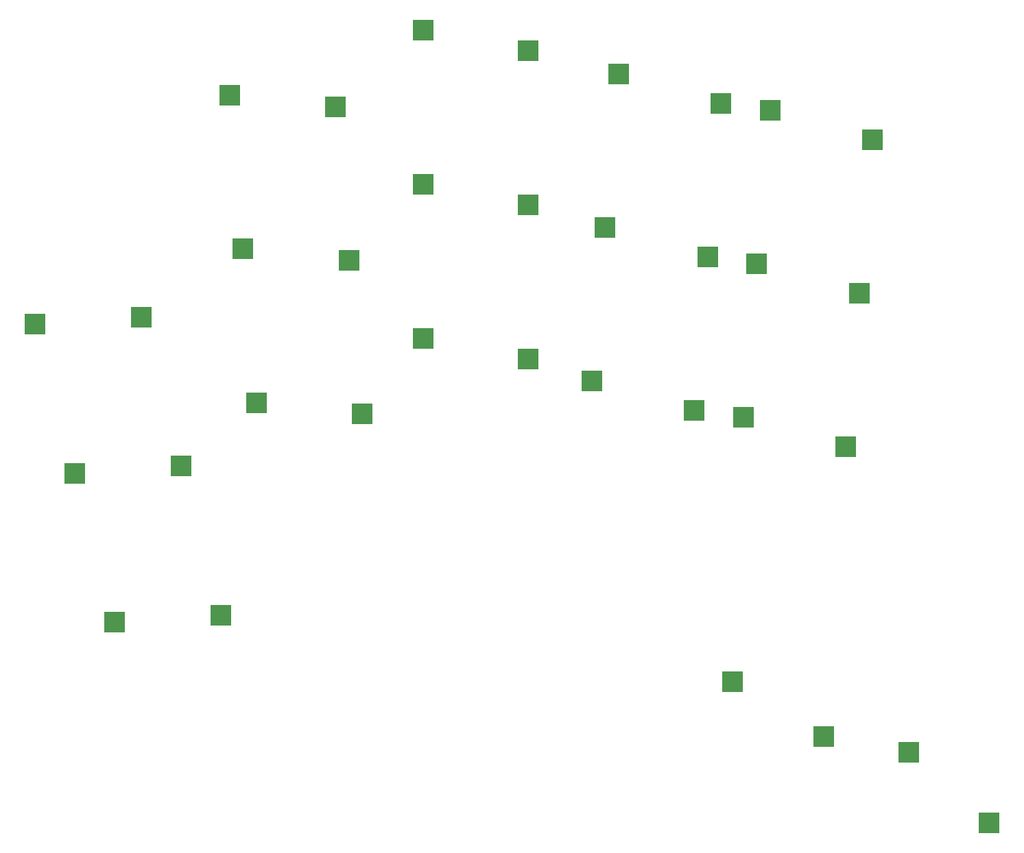
<source format=gbr>
%TF.GenerationSoftware,KiCad,Pcbnew,(6.0.2-0)*%
%TF.CreationDate,2022-05-20T19:03:11-07:00*%
%TF.ProjectId,adux_take_2,61647578-5f74-4616-9b65-5f322e6b6963,v1.0.0*%
%TF.SameCoordinates,Original*%
%TF.FileFunction,Paste,Top*%
%TF.FilePolarity,Positive*%
%FSLAX46Y46*%
G04 Gerber Fmt 4.6, Leading zero omitted, Abs format (unit mm)*
G04 Created by KiCad (PCBNEW (6.0.2-0)) date 2022-05-20 19:03:11*
%MOMM*%
%LPD*%
G01*
G04 APERTURE LIST*
%ADD10R,2.550000X2.500000*%
G04 APERTURE END LIST*
D10*
%TO.C,S1*%
X19786260Y3707924D03*
X6642337Y2815621D03*
%TD*%
%TO.C,S3*%
X14855757Y22108811D03*
X1711834Y21216508D03*
%TD*%
%TO.C,S5*%
X9925255Y40509698D03*
X-3218668Y39617395D03*
%TD*%
%TO.C,S7*%
X37238333Y28543966D03*
X24139148Y29947638D03*
%TD*%
%TO.C,S9*%
X35578016Y47521475D03*
X22478831Y48925147D03*
%TD*%
%TO.C,S11*%
X33917699Y66498984D03*
X20818514Y67902656D03*
%TD*%
%TO.C,S13*%
X57651943Y35306243D03*
X44724943Y37846243D03*
%TD*%
%TO.C,S15*%
X57651943Y54356243D03*
X44724943Y56896243D03*
%TD*%
%TO.C,S17*%
X57651943Y73406243D03*
X44724943Y75946243D03*
%TD*%
%TO.C,S19*%
X78178006Y28947723D03*
X65521573Y32604720D03*
%TD*%
%TO.C,S21*%
X79838323Y47925232D03*
X67181890Y51582229D03*
%TD*%
%TO.C,S23*%
X81498640Y66902741D03*
X68842207Y70559738D03*
%TD*%
%TO.C,S25*%
X96908573Y24464854D03*
X84252140Y28121851D03*
%TD*%
%TO.C,S27*%
X98568890Y43442363D03*
X85912457Y47099360D03*
%TD*%
%TO.C,S29*%
X100229207Y62419872D03*
X87572774Y66076869D03*
%TD*%
%TO.C,S31*%
X94192316Y-11354995D03*
X82913641Y-4546882D03*
%TD*%
%TO.C,S33*%
X114600716Y-21950086D03*
X104675606Y-13286882D03*
%TD*%
M02*

</source>
